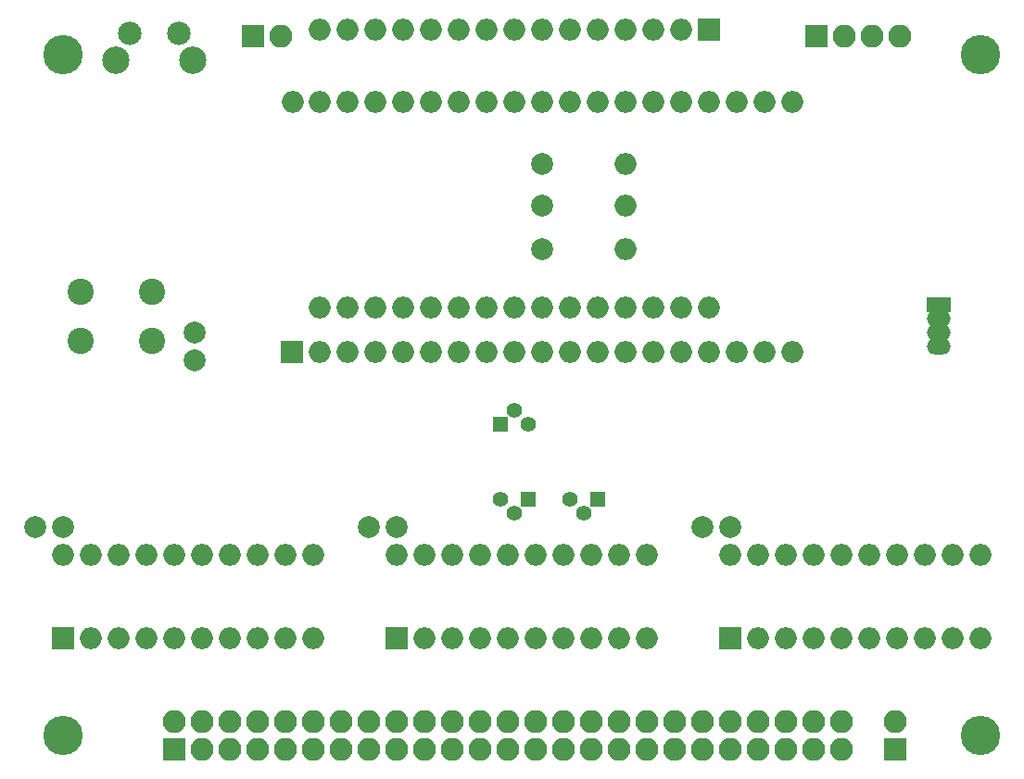
<source format=gbr>
G04 #@! TF.FileFunction,Soldermask,Bot*
%FSLAX46Y46*%
G04 Gerber Fmt 4.6, Leading zero omitted, Abs format (unit mm)*
G04 Created by KiCad (PCBNEW 4.0.7) date 07/07/19 07:38:13*
%MOMM*%
%LPD*%
G01*
G04 APERTURE LIST*
%ADD10C,0.100000*%
%ADD11C,2.000000*%
%ADD12R,2.200000X1.470000*%
%ADD13O,2.200000X1.470000*%
%ADD14C,1.400000*%
%ADD15R,1.400000X1.400000*%
%ADD16O,2.000000X2.000000*%
%ADD17C,2.400000*%
%ADD18R,2.000000X2.000000*%
%ADD19R,2.100000X2.100000*%
%ADD20O,2.100000X2.100000*%
%ADD21C,3.600000*%
%ADD22C,2.500000*%
%ADD23C,2.150000*%
G04 APERTURE END LIST*
D10*
D11*
X130810000Y-116840000D03*
X128310000Y-116840000D03*
X161290000Y-116840000D03*
X158790000Y-116840000D03*
X191770000Y-116840000D03*
X189270000Y-116840000D03*
X142875000Y-101600000D03*
X142875000Y-99100000D03*
D12*
X210820000Y-96520000D03*
D13*
X210820000Y-97790000D03*
X210820000Y-99060000D03*
X210820000Y-100330000D03*
D14*
X172085000Y-106172000D03*
X173355000Y-107442000D03*
D15*
X170815000Y-107442000D03*
D14*
X172085000Y-115570000D03*
X170815000Y-114300000D03*
D15*
X173355000Y-114300000D03*
D14*
X178435000Y-115570000D03*
X177165000Y-114300000D03*
D15*
X179705000Y-114300000D03*
D11*
X174625000Y-83693000D03*
D16*
X182245000Y-83693000D03*
D11*
X174625000Y-87503000D03*
D16*
X182245000Y-87503000D03*
D11*
X174625000Y-91440000D03*
D16*
X182245000Y-91440000D03*
D17*
X132461000Y-99877000D03*
X132461000Y-95377000D03*
X138961000Y-99877000D03*
X138961000Y-95377000D03*
D18*
X191770000Y-127000000D03*
D16*
X214630000Y-119380000D03*
X194310000Y-127000000D03*
X212090000Y-119380000D03*
X196850000Y-127000000D03*
X209550000Y-119380000D03*
X199390000Y-127000000D03*
X207010000Y-119380000D03*
X201930000Y-127000000D03*
X204470000Y-119380000D03*
X204470000Y-127000000D03*
X201930000Y-119380000D03*
X207010000Y-127000000D03*
X199390000Y-119380000D03*
X209550000Y-127000000D03*
X196850000Y-119380000D03*
X212090000Y-127000000D03*
X194310000Y-119380000D03*
X214630000Y-127000000D03*
X191770000Y-119380000D03*
D18*
X161290000Y-127000000D03*
D16*
X184150000Y-119380000D03*
X163830000Y-127000000D03*
X181610000Y-119380000D03*
X166370000Y-127000000D03*
X179070000Y-119380000D03*
X168910000Y-127000000D03*
X176530000Y-119380000D03*
X171450000Y-127000000D03*
X173990000Y-119380000D03*
X173990000Y-127000000D03*
X171450000Y-119380000D03*
X176530000Y-127000000D03*
X168910000Y-119380000D03*
X179070000Y-127000000D03*
X166370000Y-119380000D03*
X181610000Y-127000000D03*
X163830000Y-119380000D03*
X184150000Y-127000000D03*
X161290000Y-119380000D03*
D18*
X130810000Y-127000000D03*
D16*
X153670000Y-119380000D03*
X133350000Y-127000000D03*
X151130000Y-119380000D03*
X135890000Y-127000000D03*
X148590000Y-119380000D03*
X138430000Y-127000000D03*
X146050000Y-119380000D03*
X140970000Y-127000000D03*
X143510000Y-119380000D03*
X143510000Y-127000000D03*
X140970000Y-119380000D03*
X146050000Y-127000000D03*
X138430000Y-119380000D03*
X148590000Y-127000000D03*
X135890000Y-119380000D03*
X151130000Y-127000000D03*
X133350000Y-119380000D03*
X153670000Y-127000000D03*
X130810000Y-119380000D03*
D19*
X140970000Y-137160000D03*
D20*
X140970000Y-134620000D03*
X143510000Y-137160000D03*
X143510000Y-134620000D03*
X146050000Y-137160000D03*
X146050000Y-134620000D03*
X148590000Y-137160000D03*
X148590000Y-134620000D03*
X151130000Y-137160000D03*
X151130000Y-134620000D03*
X153670000Y-137160000D03*
X153670000Y-134620000D03*
X156210000Y-137160000D03*
X156210000Y-134620000D03*
X158750000Y-137160000D03*
X158750000Y-134620000D03*
X161290000Y-137160000D03*
X161290000Y-134620000D03*
X163830000Y-137160000D03*
X163830000Y-134620000D03*
X166370000Y-137160000D03*
X166370000Y-134620000D03*
X168910000Y-137160000D03*
X168910000Y-134620000D03*
X171450000Y-137160000D03*
X171450000Y-134620000D03*
X173990000Y-137160000D03*
X173990000Y-134620000D03*
X176530000Y-137160000D03*
X176530000Y-134620000D03*
X179070000Y-137160000D03*
X179070000Y-134620000D03*
X181610000Y-137160000D03*
X181610000Y-134620000D03*
X184150000Y-137160000D03*
X184150000Y-134620000D03*
X186690000Y-137160000D03*
X186690000Y-134620000D03*
X189230000Y-137160000D03*
X189230000Y-134620000D03*
X191770000Y-137160000D03*
X191770000Y-134620000D03*
X194310000Y-137160000D03*
X194310000Y-134620000D03*
X196850000Y-137160000D03*
X196850000Y-134620000D03*
X199390000Y-137160000D03*
X199390000Y-134620000D03*
X201930000Y-137160000D03*
X201930000Y-134620000D03*
D18*
X189865000Y-71374000D03*
D16*
X187325000Y-71374000D03*
X184785000Y-71374000D03*
X182245000Y-71374000D03*
X179705000Y-71374000D03*
X177165000Y-71374000D03*
X154305000Y-96774000D03*
X174625000Y-71374000D03*
X156845000Y-96774000D03*
X172085000Y-71374000D03*
X159385000Y-96774000D03*
X169545000Y-71374000D03*
X161925000Y-96774000D03*
X167005000Y-71374000D03*
X164465000Y-96774000D03*
X164465000Y-71374000D03*
X167005000Y-96774000D03*
X161925000Y-71374000D03*
X169545000Y-96774000D03*
X159385000Y-71374000D03*
X172085000Y-96774000D03*
X156845000Y-71374000D03*
X174625000Y-96774000D03*
X154305000Y-71374000D03*
X177165000Y-96774000D03*
X179705000Y-96774000D03*
X182245000Y-96774000D03*
X184785000Y-96774000D03*
X187325000Y-96774000D03*
X189865000Y-96774000D03*
D18*
X151765000Y-100838000D03*
D16*
X154305000Y-100838000D03*
X197485000Y-77978000D03*
X156845000Y-100838000D03*
X194945000Y-77978000D03*
X159385000Y-100838000D03*
X192405000Y-77978000D03*
X161925000Y-100838000D03*
X189865000Y-77978000D03*
X164465000Y-100838000D03*
X187325000Y-77978000D03*
X167005000Y-100838000D03*
X184785000Y-77978000D03*
X169545000Y-100838000D03*
X182245000Y-77978000D03*
X172085000Y-100838000D03*
X179705000Y-77978000D03*
X174625000Y-100838000D03*
X177165000Y-77978000D03*
X177165000Y-100838000D03*
X174625000Y-77978000D03*
X179705000Y-100838000D03*
X172085000Y-77978000D03*
X182245000Y-100838000D03*
X169545000Y-77978000D03*
X184785000Y-100838000D03*
X167005000Y-77978000D03*
X187325000Y-100838000D03*
X164465000Y-77978000D03*
X189865000Y-100838000D03*
X161925000Y-77978000D03*
X192405000Y-100838000D03*
X159385000Y-77978000D03*
X194945000Y-100838000D03*
X156845000Y-77978000D03*
X197485000Y-100838000D03*
X154305000Y-77978000D03*
X151828500Y-77978000D03*
D19*
X206883000Y-137160000D03*
D20*
X206883000Y-134620000D03*
D19*
X148209000Y-72009000D03*
D20*
X150749000Y-72009000D03*
D19*
X199644000Y-72009000D03*
D20*
X202184000Y-72009000D03*
X204724000Y-72009000D03*
X207264000Y-72009000D03*
D21*
X214630000Y-73660000D03*
X214630000Y-135890000D03*
X130810000Y-135890000D03*
X130810000Y-73660000D03*
D22*
X142666000Y-74245000D03*
D23*
X141406000Y-71755000D03*
X136906000Y-71755000D03*
D22*
X135656000Y-74245000D03*
M02*

</source>
